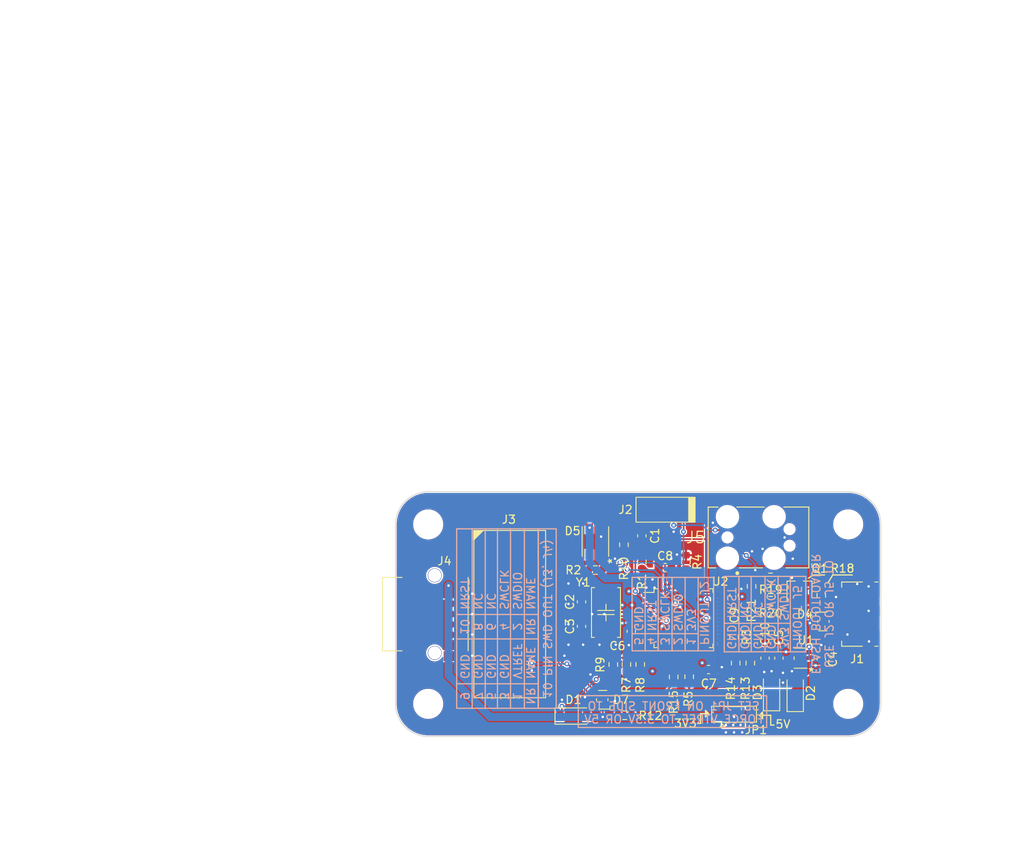
<source format=kicad_pcb>
(kicad_pcb (version 20211014) (generator pcbnew)
  (layers (0 "F.Cu" signal) (1 "In1.Cu" signal) (2 "In2.Cu" signal) (31 "B.Cu" signal) (34 "B.Paste" user) (35 "F.Paste" user) (36 "B.SilkS" user "B.Silkscreen") (37 "F.SilkS" user "F.Silkscreen") (38 "B.Mask" user) (39 "F.Mask" user) (44 "Edge.Cuts" user))
  (net 0 "")
  (net 1 "GND")
  (net 2 "/OSC_IN")
  (net 3 "/OSC_OUT")
  (net 4 "+5V")
  (net 5 "+3V3")
  (net 6 "VTREF")
  (net 7 "NRST")
  (net 8 "/T_SWDIO_IN")
  (net 9 "/AIN_1")
  (net 10 "STM_NRST")
  (net 11 "STM_SWDIO")
  (net 12 "/T_NRST")
  (net 16 "/T_SWDIO_OUT")
  (net 20 "STM_SWCLK")
  (net 21 "/USB_DP")
  (net 22 "Net-(Q1-Pad1)")
  (net 23 "/USB_RENUMn")
  (net 31 "Net-(D5-Pad1)")
  (net 32 "Net-(D5-Pad2)")
  (net 33 "/USB_DN")
  (net 34 "Net-(Q1-Pad2)")
  (net 35 "unconnected-(D4-Pad4)")
  (net 36 "unconnected-(D4-Pad3)")
  (net 37 "Net-(D2-Pad1)")
  (net 38 "Net-(D3-Pad1)")
  (net 41 "/T_SWCLK")
  (net 44 "/CONNECTED_LED")
  (net 45 "SWDIO")
  (net 46 "SWCLK")
  (net 47 "/BOOT0")
  (net 48 "/BOOT1")
  (net 56 "/COM_LED")
  (net 60 "/T_VTREF")
  (footprint "MyLib:Molex_0473460001" (layer "F.Cu") (at 106.5 75 90)
    (fp_text reference "J1")
    (fp_text value "Molex 0473460001")
  )
  (footprint "Resistor_SMD:R_0603_1608Metric" (layer "F.Cu") (at 90.2 81 90)
    (fp_text reference "R14")
    (fp_text value "22R")
  )
  (footprint "MyLib:SC573V33RTRC" (layer "F.Cu") (at 98.1668 80.4 180)
    (fp_text reference "U1")
    (fp_text value "SC573V33RTRC" hide)
  )
  (footprint "Capacitor_SMD:C_0603_1608Metric" (layer "F.Cu") (at 95.5 80.4 90)
    (fp_text reference "C5")
    (fp_text value "1u")
  )
  (footprint "Jumper:SolderJumper-3_P2.0mm_Open_TrianglePad1.0x1.5mm" (layer "F.Cu") (at 90 87.3)
    (fp_text reference "JP1")
    (fp_text value "SolderJumper_3_Open")
  )
  (footprint "MyLib:TAG-CONNECT_TC2050-IDC" (layer "F.Cu") (at 93 65.6)
    (fp_text reference "J5")
    (fp_text value "TC2050-IDC")
  )
  (footprint "Resistor_SMD:R_0603_1608Metric" (layer "F.Cu") (at 92 81 90)
    (fp_text reference "R13")
    (fp_text value "22R")
  )
  (footprint "Resistor_SMD:R_0603_1608Metric" (layer "F.Cu") (at 78.5 81.175 -90)
    (fp_text reference "R8")
    (fp_text value "4.7k")
  )
  (footprint "Resistor_SMD:R_0603_1608Metric" (layer "F.Cu") (at 76.5 66.5 90)
    (fp_text reference "R10")
    (fp_text value "100R")
  )
  (footprint "Resistor_SMD:R_0603_1608Metric" (layer "F.Cu") (at 75.2 81.175 -90)
    (fp_text reference "R9")
    (fp_text value "100R")
  )
  (footprint "Resistor_SMD:R_0603_1608Metric" (layer "F.Cu") (at 76.6 87.4 180)
    (fp_text reference "R12")
    (fp_text value "10k")
  )
  (footprint "Capacitor_SMD:C_0603_1608Metric" (layer "F.Cu") (at 81.55 69.3)
    (fp_text reference "C8")
    (fp_text value "100n")
  )
  (footprint "MountingHole:MountingHole_3.2mm_M3" (layer "F.Cu") (at 52.5 64)
    (fp_text reference "H4" hide)
    (fp_text value "MountingHole")
  )
  (footprint "Resistor_SMD:R_0603_1608Metric" (layer "F.Cu") (at 94.475 70.5 180)
    (fp_text reference "R19")
    (fp_text value "10k")
  )
  (footprint "MountingHole:MountingHole_3.2mm_M3" (layer "F.Cu") (at 104 86)
    (fp_text reference "H2" hide)
    (fp_text value "MountingHole")
  )
  (footprint "Capacitor_SMD:C_0603_1608Metric" (layer "F.Cu") (at 93.8 80.4 90)
    (fp_text reference "C10")
    (fp_text value "1u")
  )
  (footprint "Resistor_SMD:R_0603_1608Metric" (layer "F.Cu") (at 94.5 73.35)
    (fp_text reference "R20")
    (fp_text value "36k")
  )
  (footprint "MyLib:GBED204-0579B001C1AD" (layer "F.Cu") (at 55.3 75 -90)
    (fp_text reference "J4")
    (fp_text value "SWD 10 pin 2.54mm")
  )
  (footprint "Capacitor_SMD:C_0603_1608Metric" (layer "F.Cu") (at 71.3 73.5 90)
    (fp_text reference "C2")
    (fp_text value "18p")
  )
  (footprint "MountingHole:MountingHole_3.2mm_M3" (layer "F.Cu") (at 52.5 86)
    (fp_text reference "H3" hide)
    (fp_text value "MountingHole")
  )
  (footprint "Capacitor_SMD:C_0603_1608Metric" (layer "F.Cu") (at 86.875 81.8 180)
    (fp_text reference "C7")
    (fp_text value "100n")
  )
  (footprint "Resistor_SMD:R_0603_1608Metric" (layer "F.Cu") (at 76.8 81.175 90)
    (fp_text reference "R7")
    (fp_text value "4.7k")
  )
  (footprint "Resistor_SMD:R_0603_1608Metric" (layer "F.Cu") (at 90 77.8 -90)
    (fp_text reference "R3")
    (fp_text value "100R")
  )
  (footprint "Resistor_SMD:R_0603_1608Metric" (layer "F.Cu") (at 73 69.6 180)
    (fp_text reference "R2")
    (fp_text value "100R")
  )
  (footprint "MyLib:ECS-023G" (layer "F.Cu") (at 74.3 74.8 90)
    (fp_text reference "Y1")
    (fp_text value "8MHz")
  )
  (footprint "Resistor_SMD:R_0603_1608Metric" (layer "F.Cu") (at 92.15 71.6 -90)
    (fp_text reference "R21")
    (fp_text value "100R")
  )
  (footprint "Package_QFP:LQFP-48_7x7mm_P0.5mm" (layer "F.Cu") (at 83.8 75.5)
    (fp_text reference "U2")
    (fp_text value "STM32F103CBTx")
  )
  (footprint "Connector_PinHeader_2.54mm:PinHeader_2x05_P2.54mm_Vertical_SMD" (layer "F.Cu") (at 62.5 75)
    (fp_text reference "J3")
    (fp_text value "SWD 10 pin 2.54mm")
  )
  (footprint "Capacitor_SMD:C_0603_1608Metric" (layer "F.Cu") (at 77.4 77.1 90)
    (fp_text reference "C6")
    (fp_text value "100n")
  )
  (footprint "MyLib:UQFN1.9x1_10L" (layer "F.Cu") (at 73.9 85.5 90)
    (fp_text reference "D7")
    (fp_text value "HSP051-4N10")
  )
  (footprint "Diode_SMD:D_SOD-123" (layer "F.Cu") (at 94.6 84.6 90)
    (fp_text reference "D3")
    (fp_text value "SM5817PL-TP")
  )
  (footprint "Diode_SMD:D_SOD-123" (layer "F.Cu") (at 97.5 84.7 90)
    (fp_text reference "D2")
    (fp_text value "SM5817PL-TP")
  )
  (footprint "MountingHole:MountingHole_3.2mm_M3" (layer "F.Cu") (at 104 64)
    (fp_text reference "H1" hide)
    (fp_text value "MountingHole")
  )
  (footprint "Capacitor_SMD:C_0603_1608Metric" (layer "F.Cu") (at 71.3 76.5 90)
    (fp_text reference "C3")
    (fp_text value "18p")
  )
  (footprint "MyLib:SWD_SOLDER" (layer "F.Cu") (at 81.2825 62.2 -90)
    (fp_text reference "J2")
    (fp_text value "Conn_01x05_Male")
  )
  (footprint "Capacitor_SMD:C_0603_1608Metric" (layer "F.Cu") (at 90 72.7 -90)
    (fp_text reference "C9")
    (fp_text value "100n")
  )
  (footprint "Resistor_SMD:R_0603_1608Metric" (layer "F.Cu") (at 82.6 82.7 90)
    (fp_text reference "R15")
    (fp_text value "22R")
  )
  (footprint "MyLib:150141SV73110" (layer "F.Cu") (at 73 66.1 -90)
    (fp_text reference "D5")
    (fp_text value "150141SV73110")
  )
  (footprint "Capacitor_SMD:C_0603_1608Metric" (layer "F.Cu") (at 78.7 65.4 -90)
    (fp_text reference "C1")
    (fp_text value "100n")
  )
  (footprint "Package_TO_SOT_SMD:TSOT-23" (layer "F.Cu") (at 98 71.9 90)
    (fp_text reference "Q1")
    (fp_text value "MMBT3904")
  )
  (footprint "Resistor_SMD:R_0603_1608Metric" (layer "F.Cu") (at 100.7 72.7 90)
    (fp_text reference "R18")
    (fp_text value "1.5k")
  )
  (footprint "MyLib:UQFN1.9x1_10L" (layer "F.Cu") (at 100.9 75.9 -90)
    (fp_text reference "D4")
    (fp_text value "HSP051-4N10")
  )
  (footprint "Resistor_SMD:R_0603_1608Metric" (layer "F.Cu") (at 84.5 82.675 90)
    (fp_text reference "R5")
    (fp_text value "10k")
  )
  (footprint "Resistor_SMD:R_0603_1608Metric" (layer "F.Cu") (at 78.7 68.6 90)
    (fp_text reference "R1")
    (fp_text value "100k")
  )
  (footprint "Diode_SMD:D_SOD-123" (layer "F.Cu") (at 70.3 87.5)
    (fp_text reference "D1")
    (fp_text value "SM5817PL-TP")
  )
  (footprint "Capacitor_SMD:C_0603_1608Metric" (layer "F.Cu") (at 100.7 80.5 90)
    (fp_text reference "C4")
    (fp_text value "1u")
  )
  (footprint "Resistor_SMD:R_0603_1608Metric" (layer "F.Cu") (at 84.1 68.6 -90)
    (fp_text reference "R4")
    (fp_text value "10k")
  )
  (gr_line (start 96.9 79.625) (end 96.9 70.375) (layer "B.SilkS") (width 0.15))
  (gr_line (start 84 70.5) (end 84 79.5) (layer "B.SilkS") (width 0.15))
  (gr_line (start 93.8 79.625) (end 93.8 70.375) (layer "B.SilkS") (width 0.15))
  (gr_line (start 62.594306 86.545292) (end 62.594306 64.545292) (layer "B.SilkS") (width 0.15))
  (gr_line (start 65.994306 83.545292) (end 55.994306 83.545292) (layer "B.SilkS") (width 0.15))
  (gr_line (start 64.294306 86.545292) (end 64.294306 64.545292) (layer "B.SilkS") (width 0.15))
  (gr_line (start 92.1 79.625) (end 92.1 70.375) (layer "B.SilkS") (width 0.15))
  (gr_line (start 82.4 70.5) (end 82.4 79.5) (layer "B.SilkS") (width 0.15))
  (gr_line (start 90.6 79.625) (end 90.6 70.375) (layer "B.SilkS") (width 0.15))
  (gr_line (start 88.8 76.125) (end 96.9 76.125) (layer "B.SilkS") (width 0.15))
  (gr_rect (start 65.994306 86.545292) (end 68.194306 64.545292) (layer "B.SilkS") (width 0.15) (fill none))
  (gr_rect (start 65.994306 86.545292) (end 55.994306 64.545292) (layer "B.SilkS") (width 0.15) (fill none))
  (gr_line (start 85.6 70.5) (end 85.6 79.5) (layer "B.SilkS") (width 0.15))
  (gr_line (start 80.7 70.5) (end 80.7 79.5) (layer "B.SilkS") (width 0.15))
  (gr_line (start 79.1 70.5) (end 79.1 79.5) (layer "B.SilkS") (width 0.15))
  (gr_line (start 60.994306 86.545292) (end 60.994306 64.545292) (layer "B.SilkS") (width 0.15))
  (gr_rect (start 87.5 70.5) (end 77.5 79.5) (layer "B.SilkS") (width 0.15) (fill none))
  (gr_rect (start 88.8 79.625) (end 98.8 70.375) (layer "B.SilkS") (width 0.15) (fill none))
  (gr_rect (start 94 85) (end 70.9 88.9) (layer "B.SilkS") (width 0.15) (fill none))
  (gr_line (start 95.4 79.625) (end 95.4 70.375) (layer "B.SilkS") (width 0.15))
  (gr_line (start 65.994306 75.045292) (end 55.994306 75.045292) (layer "B.SilkS") (width 0.15))
  (gr_line (start 65.994306 78.045292) (end 55.994306 78.045292) (layer "B.SilkS") (width 0.15))
  (gr_line (start 59.494306 86.545292) (end 59.494306 64.545292) (layer "B.SilkS") (width 0.15))
  (gr_line (start 57.894306 86.545292) (end 57.894306 64.545292) (layer "B.SilkS") (width 0.15))
  (gr_line (start 85.5 77.4) (end 77.5 77.4) (layer "B.SilkS") (width 0.15))
  (gr_line (start 94.5 88.6) (end 94.9 88.6) (layer "F.SilkS") (width 0.15))
  (gr_line (start 93.5 87.4) (end 94.5 87.4) (layer "F.SilkS") (width 0.15))
  (gr_line (start 85.9 88.4) (end 85.5 88.4) (layer "F.SilkS") (width 0.15))
  (gr_line (start 94.5 87.4) (end 94.5 88.6) (layer "F.SilkS") (width 0.15))
  (gr_line (start 85.9 87.2) (end 85.9 88.4) (layer "F.SilkS") (width 0.15))
  (gr_line (start 86.5 87.2) (end 85.9 87.2) (layer "F.SilkS") (width 0.15))
  (gr_poly (pts (xy 86.9 87.2) (xy 86.5 87.6) (xy 86.5 86.8)) (layer "F.SilkS") (width 0.15) (fill solid))
  (gr_line (start 101.5 71.2) (end 102.1 70.2) (layer "F.SilkS") (width 0.15))
  (gr_line (start 99.1 70.6) (end 99.7 70.2) (layer "F.SilkS") (width 0.15))
  (gr_line (start 102.1 70.2) (end 104.5 70.2) (layer "F.SilkS") (width 0.15))
  (gr_poly (pts (xy 93.5 87.8) (xy 93.1 87.4) (xy 93.5 87)) (layer "F.SilkS") (width 0.15) (fill solid))
  (gr_line (start 99.7 70.2) (end 101.1 70.2) (layer "F.SilkS") (width 0.15))
  (gr_arc (start 48.5 64) (mid 49.671573 61.171573) (end 52.5 60) (layer "Edge.Cuts") (width 0.1))
  (gr_arc (start 108 86) (mid 106.828427 88.828427) (end 104 90) (layer "Edge.Cuts") (width 0.1))
  (gr_line (start 108 86) (end 108 64) (layer "Edge.Cuts") (width 0.1))
  (gr_line (start 52.5 90) (end 104 90) (layer "Edge.Cuts") (width 0.1))
  (gr_line (start 48.5 64) (end 48.5 86) (layer "Edge.Cuts") (width 0.1))
  (gr_arc (start 104 60) (mid 106.828427 61.171573) (end 108 64) (layer "Edge.Cuts") (width 0.1))
  (gr_line (start 104 60) (end 52.5 60) (layer "Edge.Cuts") (width 0.1))
  (gr_arc (start 52.5 90) (mid 49.671573 88.828427) (end 48.5 86) (layer "Edge.Cuts") (width 0.1))
  (gr_text "SET JP1 ON FRONT SIDE TO\nFORCE VTREF TO 3.3V OR 5V" (at 82.6 87.1) (layer "B.SilkS") (effects (font (size 1 1)) (justify mirror)))
  (gr_text "NR\n1\n3\n5\n7\n9" (at 60.994306 85.045292 270) (layer "B.SilkS") (effects (font (size 1 1)) (justify mirror)))
  (gr_text "PINOUT J2\n1 3V3\n2 SWDIO\n3 SWCLK\n4 NRST\n5 GND" (at 82.3 78.9 270) (layer "B.SilkS") (effects (font (size 1 1)) (justify left mirror)))
  (gr_text "NAME\nVTREF\nGND\nGND\nGND\nGND" (at 60.994306 83.045292 270) (layer "B.SilkS") (effects (font (size 1 1)) (justify left mirror)))
  (gr_text "PINOUT J5\n3V3 SWDIO\nGND SWCLK\nGND NC\nGND NC\nGND NRST\n" (at 93.7 79.425 270) (layer "B.SilkS") (effects (font (size 1 1)) (justify left mirror)))
  (gr_text "10 PIN SWD OUT (J3, J4)" (at 67.094306 75.545292 270) (layer "B.SilkS") (effects (font (size 1 1)) (justify mirror)))
  (gr_text "NAME\nSWDIO\nSWCLK\nNC\nNC\nNRST" (at 60.994306 74.545292 270) (layer "B.SilkS") (effects (font (size 1 1)) (justify left mirror)))
  (gr_text "USE J2 OR J5 TO\nFLASH BOOTLOADER" (at 100.8 75 270) (layer "B.SilkS") (effects (font (size 1 1)) (justify mirror)))
  (gr_text "NR\n2\n4\n6\n8\n10" (at 60.994306 76.545292 270) (layer "B.SilkS") (effects (font (size 1 1)) (justify mirror)))
  (gr_text "5V" (at 96 88.5) (layer "F.SilkS") (effects (font (size 1 1))))
  (gr_text "3V3" (at 84.042121 88.397885) (layer "F.SilkS") (effects (font (size 1 1))))
  (segment (start 100.9 75.9) (end 99.5 75.9) (width 0.2) (layer "F.Cu") (net 1))
  (segment (start 83.075 67.775) (end 83 67.7) (width 0.2) (layer "F.Cu") (net 1))
  (segment (start 99.331675 80.301925) (end 99.2336 80.4) (width 0.5) (layer "F.Cu") (net 1))
  (segment (start 100.7 79.725) (end 100.123075 80.301925) (width 0.5) (layer "F.Cu") (net 1))
  (segment (start 59.975 72.46) (end 57.94 72.46) (width 0.2) (layer "F.Cu") (net 1))
  (segment (start 73.757499 65.442501) (end 73.7 65.5) (width 1) (layer "F.Cu") (net 1))
  (segment (start 93 66.235) (end 94.27 66.235) (width 0.2) (layer "F.Cu") (net 1))
  (segment (start 100.123075 80.301925) (end 99.331675 80.301925) (width 0.5) (layer "F.Cu") (net 1))
  (segment (start 96.375 79.625) (end 96.974999 79.625) (width 1) (layer "F.Cu") (net 1))
  (segment (start 99.2336 80.4) (end 97.749999 80.4) (width 0.5) (layer "F.Cu") (net 1))
  (segment (start 72.045762 85.5) (end 71.722881 85.177119) (width 0.2) (layer "F.Cu") (net 1))
  (segment (start 79.6375 76.25) (end 77.475 76.25) (width 0.2) (layer "F.Cu") (net 1))
  (segment (start 73.9 85.5) (end 75.2505 85.5) (width 0.2) (layer "F.Cu") (net 1))
  (segment (start 87.9625 73.25) (end 89.15 73.25) (width 0.25) (layer "F.Cu") (net 1))
  (segment (start 84.1 67.775) (end 83.075 67.775) (width 0.2) (layer "F.Cu") (net 1))
  (segment (start 103.833 72.9) (end 102.5 72.9) (width 0.2) (layer "F.Cu") (net 1))
  (segment (start 82.325 69.3) (end 82.325 68.225) (width 0.25) (layer "F.Cu") (net 1))
  (segment (start 82.325 68.225) (end 82.3 68.2) (width 0.25) (layer "F.Cu") (net 1))
  (segment (start 86.1 81.8) (end 86.1 80.974626) (width 1) (layer "F.Cu") (net 1))
  (segment (start 95.5 79.625) (end 96.375 79.625) (width 1) (layer "F.Cu") (net 1))
  (segment (start 82.325 69.3) (end 82.325 69.759994) (width 0.25) (layer "F.Cu") (net 1))
  (segment (start 75.2505 85.5) (end 75.4 85.6495) (width 0.2) (layer "F.Cu") (net 1))
  (segment (start 59.975 75) (end 57.9 75) (width 0.2) (layer "F.Cu") (net 1))
  (segment (start 99.5 75.9) (end 99.3 76.1) (width 0.2) (layer "F.Cu") (net 1))
  (segment (start 100.7 78.8) (end 100.7 79.725) (width 0.5) (layer "F.Cu") (net 1))
  (segment (start 73.757499 64.3744) (end 73.757499 65.442501) (width 1) (layer "F.Cu") (net 1))
  (segment (start 81.55 70.534994) (end 82.325 69.759994) (width 0.25) (layer "F.Cu") (net 1))
  (segment (start 86.05 79.6625) (end 86.05 81.75) (width 0.2) (layer "F.Cu") (net 1))
  (segment (start 81.55 70.534994) (end 81.55 71.3375) (width 0.25) (layer "F.Cu") (net 1))
  (segment (start 96.974999 79.625) (end 97.1 79.750001) (width 1) (layer "F.Cu") (net 1))
  (segment (start 89.15 73.25) (end 89.875 73.25) (width 0.25) (layer "F.Cu") (net 1))
  (segment (start 73.9 85.5) (end 72.045762 85.5) (width 0.2) (layer "F.Cu") (net 1))
  (segment (start 94.27 66.235) (end 95.54 66.235) (width 0.2) (layer "F.Cu") (net 1))
  (segment (start 86.1 80.974626) (end 86.099885 80.974511) (width 1) (layer "F.Cu") (net 1))
  (segment (start 97.749999 80.4) (end 97.1 79.750001) (width 0.5) (layer "F.Cu") (net 1))
  (segment (start 57.94 77.54) (end 59.975 77.54) (width 0.2) (layer "F.Cu") (net 1))
  (segment (start 91.73 66.235) (end 93 66.235) (width 0.2) (layer "F.Cu") (net 1))
  (via (at 76.3 76.1) (size 0.6) (drill 0.3) (layers "F.Cu" "B.Cu") (net 1))
  (via (at 103.9 77.5) (size 0.6) (drill 0.3) (layers "F.Cu" "B.Cu") (net 1))
  (via (at 80 82) (size 0.6) (drill 0.3) (layers "F.Cu" "B.Cu") (net 1))
  (via (at 93.8 78.6) (size 0.6) (drill 0.3) (layers "F.Cu" "B.Cu") (net 1))
  (via (at 76 69.6) (size 0.6) (drill 0.3) (layers "F.Cu" "B.Cu") (net 1))
  (via (at 69.7 78.75) (size 0.6) (drill 0.3) (layers "F.Cu" "B.Cu") (net 1))
  (via (at 57.9 77.5) (size 0.6) (drill 0.3) (layers "F.Cu" "B.Cu") (net 1))
  (via (at 72.4 82.4) (size 0.6) (drill 0.3) (layers "F.Cu" "B.Cu") (net 1))
  (via (at 106.5 71.6) (size 0.6) (drill 0.3) (layers "F.Cu" "B.Cu") (net 1))
  (via (at 85.9 73.2) (size 0.6) (drill 0.3) (layers "F.Cu" "B.Cu") (net 1))
  (via (at 82.3 68.2) (size 0.6) (drill 0.3) (layers "F.Cu" "B.Cu") (net 1))
  (via (at 102.5 72.9) (size 0.6) (drill 0.3) (layers "F.Cu" "B.Cu") (net 1))
  (via (at 87.4 63.8) (size 0.6) (drill 0.3) (layers "F.Cu" "B.Cu") (net 1))
  (via (at 69.7 71.25) (size 0.6) (drill 0.3) (layers "F.Cu" "B.Cu") (net 1))
  (via (at 96.2 65.6) (size 0.6) (drill 0.3) (layers "F.Cu" "B.Cu") (net 1))
  (via (at 71.5 71.25) (size 0.6) (drill 0.3) (layers "F.Cu" "B.Cu") (net 1))
  (via (at 72.6 75) (size 0.6) (drill 0.3) (layers "F.Cu" "B.Cu") (net 1))
  (via (at 105.1 71.3) (size 0.6) (drill 0.3) (layers "F.Cu" "B.Cu") (net 1))
  (via (at 73.5 78.75) (size 0.6) (drill 0.3) (layers "F.Cu" "B.Cu") (net 1))
  (via (at 57.9 75) (size 0.6) (drill 0.3) (layers "F.Cu" "B.Cu") (net 1))
  (via (at 106.5 74.6) (size 0.6) (drill 0.3) (layers "F.Cu" "B.Cu") (net 1))
  (via (at 76.3 73.9) (size 0.6) (drill 0.3) (layers "F.Cu" "B.Cu") (net 1))
  (via (at 75.5 78.75) (size 0.6) (drill 0.3) (layers "F.Cu" "B.Cu") (net 1))
  (via (at 77.1 72.2) (size 0.6) (drill 0.3) (layers "F.Cu" "B.Cu") (net 1))
  (via (at 71.722881 85.177119) (size 0.6) (drill 0.3) (layers "F.Cu" "B.Cu") (net 1))
  (via (at 69.2 80.1) (size 0.6) (drill 0.3) (layers "F.Cu" "B.Cu") (net 1))
  (via (at 81.2 76.5) (size 0.6) (drill 0.3) (layers "F.Cu" "B.Cu") (net 1))
  (via (at 97.2 68.2) (size 0.6) (drill 0.3) (layers "F.Cu" "B.Cu") (net 1))
  (via (at 65.2 81.9) (size 0.6) (drill 0.3) (layers "F.Cu" "B.Cu") (net 1))
  (via (at 91 72.85) (size 0.6) (drill 0.3) (layers "F.Cu" "B.Cu") (net 1))
  (via (at 93.5 67) (size 0.6) (drill 0.3) (layers "F.Cu" "B.Cu") (net 1))
  (via (at 83.4 74.1) (size 0.6) (drill 0.3) (layers "F.Cu" "B.Cu") (net 1))
  (via (at 90 89.5) (size 0.6) (drill 0.3) (layers "F.Cu" "B.Cu") (net 1))
  (via (at 86.1 74.9) (size 0.6) (drill 0.3) (layers "F.Cu" "B.Cu") (net 1))
  (via (at 69.7 76.25) (size 0.6) (drill 0.3) (layers "F.Cu" "B.Cu") (net 1))
  (via (at 95.5 78.5) (size 0.6) (drill 0.3) (layers "F.Cu" "B.Cu") (net 1))
  (via (at 71.5 78.75) (size 0.6) (drill 0.3) (layers "F.Cu" "B.Cu") (net 1))
  (via (at 82.6 64.9) (size 0.6) (drill 0.3) (layers "F.Cu" "B.Cu") (net 1))
  (via (at 69.7 73.75) (size 0.6) (drill 0.3) (layers "F.Cu" "B.Cu") (net 1))
  (via (at 77.5 73.9) (size 0.6) (drill 0.3) (layers "F.Cu" "B.Cu") (net 1))
  (via (at 91 89.5) (size 0.6) (drill 0.3) (layers "F.Cu" "B.Cu") (net 1))
  (via (at 75.4 85.6495) (size 0.6) (drill 0.3) (layers "F.Cu" "B.Cu") (net 1))
  (via (at 68.9 85.5) (size 0.6) (drill 0.3) (layers "F.Cu" "B.Cu") (net 1))
  (via (at 86.099885 80.974511) (size 0.6) (drill 0.3) (layers "F.Cu" "B.Cu") (net 1))
  (via (at 73.7 65.5) (size 0.6) (drill 0.3) (layers "F.Cu" "B.Cu") (net 1))
  (via (at 99.3 76.1) (size 0.6) (drill 0.3) (layers "F.Cu" "B.Cu") (net 1))
  (via (at 92.2 67.3) (size 0.6) (drill 0.3) (layers "F.Cu" "B.Cu") (net 1))
  (via (at 96.375 79.625) (size 0.6) (drill 0.3) (layers "F.Cu" "B.Cu") (net 1))
  (via (at 100.7 78.8) (size 0.6) (drill 0.3) (layers "F.Cu" "B.Cu") (net 1))
  (via (at 57.9 80.1) (size 0.6) (drill 0.3) (layers "F.Cu" "B.Cu") (net 1))
  (via (at 74.1 75) (size 0.6) (drill 0.3) (layers "F.Cu" "B.Cu") (net 1))
  (via (at 75.4 68.2) (size 0.6) (drill 0.3) (layers "F.Cu" "B.Cu") (net 1))
  (via (at 89 89.5) (size 0.6) (drill 0.3) (layers "F.Cu" "B.Cu") (net 1))
  (via (at 106.55 78.35) (size 0.6) (drill 0.3) (layers "F.Cu" "B.Cu") (net 1))
  (via (at 83 67.7) (size 0.6) (drill 0.3) (layers "F.Cu" "B.Cu") (net 1))
  (via (at 57.9 72.5) (size 0.6) (drill 0.3) (layers "F.Cu" "B.Cu") (net 1))
  (segment (start 75.25 74.75) (end 74.3 73.8) (width 0.25) (layer "F.Cu") (net 2))
  (segment (start 74.3 73.8) (end 74.3 72.55) (width 0.25) (layer "F.Cu") (net 2))
  (segment (start 79.6375 74.75) (end 75.25 74.75) (width 0.25) (layer "F.Cu") (net 2))
  (segment (start 71.3 72.725) (end 74.125 72.725) (width 0.2) (layer "F.Cu") (net 2))
  (segment (start 71.3 77.275) (end 74.075 77.275) (width 0.2) (layer "F.Cu") (net 3))
  (segment (start 79.6375 75.25) (end 75.25 75.25) (width 0.2) (layer "F.Cu") (net 3))
  (segment (start 75.25 75.25) (end 74.3 76.2) (width 0.2) (layer "F.Cu") (net 3))
  (segment (start 99.2336 79.750014) (end 99.2336 79.0336) (width 0.2) (layer "F.Cu") (net 4))
  (segment (start 100.025 81.275) (end 100.7 81.275) (width 1) (layer "F.Cu") (net 4))
  (segment (start 99.2336 79.0336) (end 99.2 79) (width 0.2) (layer "F.Cu") (net 4))
  (segment (start 100 81.3) (end 100.025 81.275) (width 1) (layer "F.Cu") (net 4))
  (segment (start 99.5 81.3) (end 100 81.3) (width 1) (layer "F.Cu") (net 4))
  (segment (start 97.5 83.3) (end 99.5 81.3) (width 1) (layer "F.Cu") (net 4))
  (via (at 99.2 79) (size 0.6) (drill 0.3) (layers "F.Cu" "B.Cu") (net 4))
  (via (at 100 81.3) (size 0.6) (drill 0.3) (layers "F.Cu" "B.Cu") (net 4))
  (segment (start 100 81.3) (end 99.2 80.5) (width 0.2) (layer "B.Cu") (net 4))
  (segment (start 99.2 80.5) (end 99.2 79) (width 0.2) (layer "B.Cu") (net 4))
  (segment (start 87.9625 72.75) (end 87.9625 72.6375) (width 0.25) (layer "F.Cu") (net 5))
  (segment (start 77.1 78.8) (end 77.1 78.375) (width 0.2) (layer "F.Cu") (net 5))
  (segment (start 90.46 66.235) (end 90.46 66.86) (width 0.2) (layer "F.Cu") (net 5))
  (segment (start 89.299511 72.500489) (end 88.049511 72.500489) (width 0.5) (layer "F.Cu") (net 5))
  (segment (start 76.8 82.95) (end 76.75 83) (width 0.2) (layer "F.Cu") (net 5))
  (segment (start 77.1 78.8) (end 77.1 78.175) (width 1) (layer "F.Cu") (net 5))
  (segment (start 80 70.725) (end 78.7 69.425) (width 1) (layer "F.Cu") (net 5))
  (segment (start 78.728928 76.75) (end 78.75 76.75) (width 0.5) (layer "F.Cu") (net 5))
  (segment (start 88.049511 72.500489) (end 88 72.55) (width 0.5) (layer "F.Cu") (net 5))
  (segment (start 92.6 69.6) (end 92.75 69.6) (width 0.2) (layer "F.Cu") (net 5))
  (segment (start 86.675 79.7875) (end 86.55 79.6625) (width 0.25) (layer "F.Cu") (net 5))
  (segment (start 78.580704 76.75) (end 77.455704 77.875) (width 0.2) (layer "F.Cu") (net 5))
  (segment (start 78.75 76.75) (end 78.580704 76.75) (width 0.2) (layer "F.Cu") (net 5))
  (segment (start 91.4 67.8) (end 91.5 67.8) (width 0.2) (layer "F.Cu") (net 5))
  (segment (start 92.75 69.6) (end 93.65 70.5) (width 0.2) (layer "F.Cu") (net 5))
  (segment (start 98 70.59) (end 97.14 70.59) (width 0.2) (layer "F.Cu") (net 5))
  (segment (start 97.14 70.59) (end 97.1 70.55) (width 0.2) (layer "F.Cu") (net 5))
  (segment (start 89.975 71.825) (end 89.299511 72.500489) (width 0.5) (layer "F.Cu") (net 5))
  (segment (start 90.9 71.9) (end 90.875 71.925) (width 0.5) (layer "F.Cu") (net 5))
  (segment (start 88.2 81.8) (end 88.5 81.5) (width 0.2) (layer "F.Cu") (net 5))
  (segment (start 76.8 82) (end 76.8 82.95) (width 0.2) (layer "F.Cu") (net 5))
  (segment (start 90.46 66.86) (end 91.4 67.8) (width 0.2) (layer "F.Cu") (net 5))
  (segment (start 90.875 71.925) (end 90 71.925) (width 0.5) (layer "F.Cu") (net 5))
  (segment (start 77.603928 77.875) (end 78.728928 76.75) (width 0.5) (layer "F.Cu") (net 5))
  (segment (start 80 70.75) (end 80 70.725) (width 1) (layer "F.Cu") (net 5))
  (segment (start 87.65 81.8) (end 88.2 81.8) (width 0.2) (layer "F.Cu") (net 5))
  (segment (start 83.8225 62.2) (end 83.8225 64.8775) (width 0.2) (layer "F.Cu") (net 5))
  (segment (start 79.6375 76.75) (end 78.75 76.75) (width 0.2) (layer "F.Cu") (net 5))
  (segment (start 83.8225 64.8775) (end 83.8 64.9) (width 0.2) (layer "F.Cu") (net 5))
  (segment (start 77.1 78.375) (end 77.4 78.075) (width 0.2) (layer "F.Cu") (net 5))
  (segment (start 77.1 78.175) (end 77.4 77.875) (width 1) (layer "F.Cu") (net 5))
  (via (at 80.25 71.75) (size 0.6) (drill 0.3) (layers "F.Cu" "B.Cu") (net 5))
  (via (at 92.6 69.6) (size 0.6) (drill 0.3) (layers "F.Cu" "B.Cu") (net 5))
  (via (at 96 83.4) (size 0.6) (drill 0.3) (layers "F.Cu" "B.Cu") (net 5))
  (via (at 96 82.2) (size 0.6) (drill 0.3) (layers "F.Cu" "B.Cu") (net 5))
  (via (at 88.5 81.5) (size 0.6) (drill 0.3) (layers "F.Cu" "B.Cu") (net 5))
  (via (at 80 70.75) (size 0.6) (drill 0.3) (layers "F.Cu" "B.Cu") (net 5))
  (via (at 93.7 82.1) (size 0.6) (drill 0.3) (layers "F.Cu" "B.Cu") (net 5))
  (via (at 90.9 71.9) (size 0.6) (drill 0.3) (layers "F.Cu" "B.Cu") (net 5))
  (via (at 97.1 70.55) (size 0.6) (drill 0.3) (layers "F.Cu" "B.Cu") (net 5))
  (via (at 79.25 71.75) (size 0.6) (drill 0.3) (layers "F.Cu" "B.Cu") (net 5))
  (via (at 94.6 82) (size 0.6) (drill 0.3) (layers "F.Cu" "B.Cu") (net 5))
  (via (at 97.1 82) (size 0.6) (drill 0.3) (layers "F.Cu" "B.Cu") (net 5))
  (via (at 77.1 78.8) (size 0.6) (drill 0.3) (layers "F.Cu" "B.Cu") (net 5))
  (via (at 83.8 64.9) (size 0.6) (drill 0.3) (layers "F.Cu" "B.Cu") (net 5))
  (via (at 76.75 83) (size 0.6) (drill 0.3) (layers "F.Cu" "B.Cu") (net 5))
  (via (at 91.5 67.8) (size 0.6) (drill 0.3) (layers "F.Cu" "B.Cu") (net 5))
  (via (at 72.3 64.4) (size 0.6) (drill 0.3) (layers "F.Cu" "B.Cu") (net 5))
  (segment (start 83.8 64.9) (end 83.8 69.6) (width 0.2) (layer "B.Cu") (net 5))
  (segment (start 72.3 68.7) (end 74.2 70.6) (width 1) (layer "B.Cu") (net 5))
  (segment (start 76.5 70.6) (end 76.8 70.9) (width 1) (layer "B.Cu") (net 5))
  (segment (start 72.3 64.4) (end 72.3 68.7) (width 1) (layer "B.Cu") (net 5))
  (segment (start 74.2 70.6) (end 76.5 70.6) (width 1) (layer "B.Cu") (net 5))
  (segment (start 92.6 68.9) (end 92.6 69.6) (width 0.2) (layer "B.Cu") (net 5))
  (segment (start 91.5 67.8) (end 92.6 68.9) (width 0.2) (layer "B.Cu") (net 5))
  (segment (start 73.9 86.3) (end 74.39 86.3) (width 0.2) (layer "F.Cu") (net 6))
  (segment (start 73.9 87.5) (end 75.675 87.5) (width 0.2) (layer "F.Cu") (net 6))
  (segment (start 73.9 87.5) (end 73.9 86.3) (width 0.2) (layer "F.Cu") (net 6))
  (segment (start 73.41 86.3) (end 73.9 86.3) (width 0.2) (layer "F.Cu") (net 6))
  (segment (start 73.9 87.5) (end 71.7 87.5) (width 0.2) (layer "F.Cu") (net 6))
  (segment (start 73.9 87.6) (end 73.9 87.5) (width 0.2) (layer "F.Cu") (net 6))
  (via (at 73.9 87.6) (size 0.6) (drill 0.3) (layers "F.Cu" "B.Cu") (net 6))
  (via (at 90 87.6) (size 0.6) (drill 0.3) (layers "F.Cu" "B.Cu") (net 6))
  (via (at 55 71.5) (size 0.6) (drill 0.3) (layers "F.Cu" "B.Cu") (net 6))
  (via (at 90.8 88.6) (size 0.6) (drill 0.3) (layers "F.Cu" "B.Cu") (net 6))
  (via (at 89 88.6) (size 0.6) (drill 0.3) (layers "F.Cu" "B.Cu") (net 6))
  (via (at 89.9 88.6) (size 0.6) (drill 0.3) (layers "F.Cu" "B.Cu") (net 6))
  (segment (start 73.9 87.6) (end 90 87.6) (width 1) (layer "B.Cu") (net 6))
  (segment (start 60.1 87.6) (end 73.9 87.6) (width 1) (layer "B.Cu") (net 6))
  (segment (start 55 71.5) (end 55 82.5) (width 1) (layer "B.Cu") (net 6))
  (segment (start 55 82.5) (end 60.1 87.6) (width 1) (layer "B.Cu") (net 6))
  (segment (start 63.945 79) (end 65.2 80.255) (width 0.2) (layer "F.Cu") (net 7))
  (segment (start 74.39 84.7) (end 81.425 84.7) (width 0.2) (layer "F.Cu") (net 7))
  (segment (start 73.2 84.7) (end 73.41 84.7) (width 0.2) (layer "F.Cu") (net 7))
  (segment (start 69.6 81.1) (end 73.2 84.7) (width 0.2) (layer "F.Cu") (net 7))
  (segment (start 81.425 84.7) (end 82.6 83.525) (width 0.2) (layer "F.Cu") (net 7))
  (segment (start 65.2 80.255) (end 65.2 81) (width 0.2) (layer "F.Cu") (net 7))
  (segment (start 69.5 81.1) (end 69.6 81.1) (width 0.2) (layer "F.Cu") (net 7))
  (segment (start 58.305 79) (end 63.945 79) (width 0.2) (layer "F.Cu") (net 7))
  (segment (start 73.41 84.7) (end 74.39 84.7) (width 0.2) (layer "F.Cu") (net 7))
  (segment (start 56.82 77.515) (end 58.305 79) (width 0.2) (layer "F.Cu") (net 7))
  (via (at 69.5 81.1) (size 0.6) (drill 0.3) (layers "F.Cu" "B.Cu") (net 7))
  (via (at 65.2 81) (size 0.6) (drill 0.3) (layers "F.Cu" "B.Cu") (net 7))
  (segment (start 65.3 81.1) (end 65.2 81) (width 0.2) (layer "B.Cu") (net 7))
  (segment (start 69.5 81.1) (end 65.3 81.1) (width 0.2) (layer "B.Cu") (net 7))
  (segment (start 89.55 78.25) (end 90 78.7) (width 0.25) (layer "F.Cu") (net 8))
  (segment (start 87.9625 78.25) (end 89.55 78.25) (width 0.25) (layer "F.Cu") (net 8))
  (segment (start 90 78.625) (end 90 79.975) (width 0.2) (layer "F.Cu") (net 8))
  (segment (start 78.5 80.35) (end 78.95 80.35) (width 0.2) (layer "F.Cu") (net 9))
  (segment (start 78.95 80.35) (end 80.8 78.5) (width 0.2) (layer "F.Cu") (net 9))
  (segment (start 80.8 77.5) (end 80.55 77.25) (width 0.2) (layer "F.Cu") (net 9))
  (segment (start 80.8 78.5) (end 80.8 77.5) (width 0.2) (layer "F.Cu") (net 9))
  (segment (start 75.2 80.35) (end 76.8 80.35) (width 0.2) (layer "F.Cu") (net 9))
  (segment (start 80.55 77.25) (end 79.6375 77.25) (width 0.2) (layer "F.Cu") (net 9))
  (segment (start 76.8 80.35) (end 78.5 80.35) (width 0.2) (layer "F.Cu") (net 9))
  (segment (start 78.6 67.8) (end 77.9 68.5) (width 0.2) (layer "F.Cu") (net 10))
  (segment (start 77.9 68.5) (end 77.9 72.2) (width 0.2) (layer "F.Cu") (net 10))
  (segment (start 78.725 66.2) (end 79.9 66.2) (width 0.2) (layer "F.Cu") (net 10))
  (segment (start 78.7 67.775) (end 78.7 66.175) (width 0.2) (layer "F.Cu") (net 10))
  (segment (start 81.65 75.75) (end 81.7 75.8) (width 0.2) (layer "F.Cu") (net 10))
  (segment (start 95.7 60.6) (end 96.5 61.4) (width 0.2) (layer "F.Cu") (net 10))
  (segment (start 95.54 64.660242) (end 95.54 64.965) (width 0.2) (layer "F.Cu") (net 10))
  (segment (start 80.0125 60.9875) (end 80.4 60.6) (width 0.2) (layer "F.Cu") (net 10))
  (segment (start 80.4 60.6) (end 95.7 60.6) (width 0.2) (layer "F.Cu") (net 10))
  (segment (start 79.9 66.2) (end 80.0125 66.0875) (width 0.2) (layer "F.Cu") (net 10))
  (segment (start 96.5 63.700242) (end 95.54 64.660242) (width 0.2) (layer "F.Cu") (net 10))
  (segment (start 96.5 61.4) (end 96.5 63.700242) (width 0.2) (layer "F.Cu") (net 10))
  (segment (start 79.6375 75.75) (end 81.65 75.75) (width 0.2) (layer "F.Cu") (net 10))
  (segment (start 80.0125 62.2) (end 80.0125 60.9875) (width 0.2) (layer "F.Cu") (net 10))
  (segment (start 80.0125 66.0875) (end 80.0125 62.2) (width 0.2) (layer "F.Cu") (net 10))
  (via (at 77.9 72.2) (size 0.6) (drill 0.3) (layers "F.Cu" "B.Cu") (net 10))
  (via (at 81.7 75.8) (size 0.6) (drill 0.3) (layers "F.Cu" "B.Cu") (net 10))
  (segment (start 77.9 72.2) (end 78.9 73.2) (width 0.2) (layer "B.Cu") (net 10))
  (segment (start 78.9 73.4) (end 81.3 75.8) (width 0.2) (layer "B.Cu") (net 10))
  (segment (start 78.9 73.2) (end 78.9 73.4) (width 0.2) (layer "B.Cu") (net 10))
  (segment (start 81.3 75.8) (end 81.7 75.8) (width 0.2) (layer "B.Cu") (net 10))
  (segment (start 87.25 73.75) (end 87.9625 73.75) (width 0.2) (layer "F.Cu") (net 11))
  (segment (start 90.46 64.965) (end 90.195 64.7) (width 0.2) (layer "F.Cu") (net 11))
  (segment (start 86.7 73.2) (end 87.25 73.75) (width 0.2) (layer "F.Cu") (net 11))
  (segment (start 90.195 64.7) (end 87.7 64.7) (width 0.2) (layer "F.Cu") (net 11))
  (segment (start 82.6 64.1) (end 82.6 62.2475) (width 0.2) (layer "F.Cu") (net 11))
  (via (at 86.7 73.2) (size 0.6) (drill 0.3) (layers "F.Cu" "B.Cu") (net 11))
  (via (at 82.6 64.1) (size 0.6) (drill 0.3) (layers "F.Cu" "B.Cu") (net 11))
  (via (at 87.7 64.7) (size 0.6) (drill 0.3) (layers "F.Cu" "B.Cu") (net 11))
  (segment (start 87.7 64.7) (end 86.7 64.7) (width 0.2) (layer "B.Cu") (net 11))
  (segment (start 86.1 64.1) (end 82.6 64.1) (width 0.2) (layer "B.Cu") (net 11))
  (segment (start 86.7 64.7) (end 86.1 64.1) (width 0.2) (layer "B.Cu") (net 11))
  (segment (start 86.7 73.2) (end 86.7 64.7) (width 0.2) (layer "B.Cu") (net 11))
  (segment (start 83.55 80.925) (end 82.6 81.875) (width 0.2) (layer "F.Cu") (net 12))
  (segment (start 83.55 79.6625) (end 83.55 80.925) (width 0.2) (layer "F.Cu") (net 12))
  (segment (start 87.9625 77.25) (end 90.1 77.25) (width 0.25) (layer "F.Cu") (net 16))
  (segment (start 90.6 61.4) (end 87.4 61.4) (width 0.2) (layer "F.Cu") (net 20))
  (segment (start 81.6 65.8) (end 81.3 65.5) (width 0.2) (layer "F.Cu") (net 20))
  (segment (start 91.73 62.53) (end 90.6 61.4) (width 0.2) (layer "F.Cu") (net 20))
  (segment (start 86.55 62.25) (end 86.55 71.3375) (width 0.2) (layer "F.Cu") (net 20))
  (segment (start 81.3 65.5) (end 81.3 62.2175) (width 0.2) (layer "F.Cu") (net 20))
  (segment (start 86.55 65.8) (end 81.6 65.8) (width 0.2) (layer "F.Cu") (net 20))
  (segment (start 87.4 61.4) (end 86.55 62.25) (width 0.2) (layer "F.Cu") (net 20))
  (segment (start 91.73 64.965) (end 91.73 62.53) (width 0.2) (layer "F.Cu") (net 20))
  (segment (start 100.7 73.525) (end 100.7 75.1) (width 0.2) (layer "F.Cu") (net 21))
  (segment (start 101.39 75.1) (end 101.386799 75.096799) (width 0.2032) (layer "F.Cu") (net 21))
  (segment (start 101.393201 75.096799) (end 103.7432 75.0968) (width 0.2032) (layer "F.Cu") (net 21))
  (segment (start 101.39 75.1) (end 101.393201 75.096799) (width 0.2032) (layer "F.Cu") (net 21))
  (segment (start 100.41 75.1) (end 100.406799 75.096799) (width 0.2032) (layer "F.Cu") (net 21))
  (segment (start 100.413201 75.096799) (end 100.41 75.1) (width 0.2032) (layer "F.Cu") (net 21))
  (segment (start 90.584169 75.096799) (end 89.784169 74.296799) (width 0.2032) (layer "F.Cu") (net 21))
  (segment (start 101.386799 75.096799) (end 100.413201 75.096799) (width 0.2032) (layer "F.Cu") (net 21))
  (segment (start 89.784169 74.296799) (end 88.009299 74.296799) (width 0.2032) (layer "F.Cu") (net 21))
  (segment (start 100.406799 75.096799) (end 90.584169 75.096799) (width 0.2032) (layer "F.Cu") (net 21))
  (segment (start 92.15 72.425) (end 94.4 72.425) (width 0.2) (layer "F.Cu") (net 22))
  (segment (start 94.4 72.425) (end 95.325 73.35) (width 0.2) (layer "F.Cu") (net 22))
  (segment (start 95.325 73.35) (end 96.91 73.35) (width 0.2) (layer "F.Cu") (net 22))
  (segment (start 95.3 70.5) (end 95.3 73.325) (width 0.2) (layer "F.Cu") (net 22))
  (segment (start 86.05 72.03394) (end 86.34058 72.32452) (width 0.2) (layer "F.Cu") (net 23))
  (segment (start 86.34058 72.32452) (end 87.17548 72.32452) (width 0.2) (layer "F.Cu") (net 23))
  (segment (start 87.17548 72.32452) (end 88.725 70.775) (width 0.2) (layer "F.Cu") (net 23))
  (segment (start 86.05 71.3375) (end 86.05 72.03394) (width 0.2) (layer "F.Cu") (net 23))
  (segment (start 88.725 70.775) (end 92.15 70.775) (width 0.2) (layer "F.Cu") (net 23))
  (segment (start 74.5494 67.6256) (end 76.5 65.675) (width 0.2) (layer "F.Cu") (net 31))
  (segment (start 73.757499 67.6256) (end 74.5494 67.6256) (width 0.2) (layer "F.Cu") (net 31))
  (segment (start 72.242501 69.532499) (end 72.242501 67.6256) (width 0.2) (layer "F.Cu") (net 32))
  (segment (start 101.393201 75.503201) (end 103.6862 75.5032) (width 0.2032) (layer "F.Cu") (net 33))
  (segment (start 100.41 75.5) (end 100.406799 75.503201) (width 0.2032) (layer "F.Cu") (net 33))
  (segment (start 100.406799 75.503201) (end 90.415831 75.503201) (width 0.2032) (layer "F.Cu") (net 33))
  (segment (start 101.39 75.5) (end 101.393201 75.503201) (width 0.2032) (layer "F.Cu") (net 33))
  (segment (start 100.413201 75.503201) (end 100.41 75.5) (width 0.2032) (layer "F.Cu") (net 33))
  (segment (start 103.6862 75.5032) (end 103.833 75.65) (width 0.2032) (layer "F.Cu") (net 33))
  (segment (start 90.415831 75.503201) (end 89.615831 74.703201) (width 0.2032) (layer "F.Cu") (net 33))
  (segment (start 101.386799 75.503201) (end 100.413201 75.503201) (width 0.2032) (layer "F.Cu") (net 33))
  (segment (start 101.39 75.5) (end 101.386799 75.503201) (width 0.2032) (layer "F.Cu") (net 33))
  (segment (start 89.615831 74.703201) (end 88.009299 74.703201) (width 0.2032) (layer "F.Cu") (net 33))
  (segment (start 98.95 72) (end 99.075 71.875) (width 0.2) (layer "F.Cu") (net 34))
  (segment (start 99.075 71.875) (end 100.7 71.875) (width 0.2) (layer "F.Cu") (net 34))
  (segment (start 98.95 73.21) (end 98.95 72) (width 0.2) (layer "F.Cu") (net 34))
  (segment (start 100.41 76.7) (end 101.39 76.7) (width 0.2) (layer "F.Cu") (net 35))
  (segment (start 100.41 76.3) (end 101.39 76.3) (width 0.2) (layer "F.Cu") (net 36))
  (segment (start 92 87.3) (end 92.2 87.5) (width 1) (layer "F.Cu") (net 37))
  (segment (start 96.1 87.5) (end 97.5 86.1) (width 1) (layer "F.Cu") (net 37))
  (segment (start 92.2 87.5) (end 96.1 87.5) (width 1) (layer "F.Cu") (net 37))
  (segment (start 94.4 85.8) (end 94.6 86) (width 1) (layer "F.Cu") (net 38))
  (segment (start 88 87.3) (end 88 86.43144) (width 1) (layer "F.Cu") (net 38))
  (segment (start 88.63144 85.8) (end 94.4 85.8) (width 1) (layer "F.Cu") (net 38))
  (segment (start 88 86.43144) (end 88.63144 85.8) (width 1) (layer "F.Cu") (net 38))
  (segment (start 92 79.2) (end 92 80.175) (width 0.2) (layer "F.Cu") (net 41))
  (segment (start 90.55 77.75) (end 92 79.2) (width 0.2) (layer "F.Cu") (net 41))
  (segment (start 87.9625 77.75) (end 90.55 77.75) (width 0.2) (layer "F.Cu") (net 41))
  (segment (start 84.05 72.35) (end 82.8 73.6) (width 0.2) (layer "F.Cu") (net 44))
  (segment (start 84.05 71.3375) (end 84.05 72.35) (width 0.2) (layer "F.Cu") (net 44))
  (segment (start 76.9 69.5) (end 76.9 67.725) (width 0.2) (layer "F.Cu") (net 44))
  (segment (start 76.9 67.725) (end 76.5 67.325) (width 0.2) (layer "F.Cu") (net 44))
  (via (at 82.8 73.6) (size 0.6) (drill 0.3) (layers "F.Cu" "B.Cu") (net 44))
  (via (at 76.9 69.5) (size 0.6) (drill 0.3) (layers "F.Cu" "B.Cu") (net 44))
  (segment (start 76.9 69.5) (end 77 69.6) (width 0.2) (layer "B.Cu") (net 44))
  (segment (start 77 69.6) (end 80.2 69.6) (width 0.2) (layer "B.Cu") (net 44))
  (segment (start 81.1 70.5) (end 81.1 71.9) (width 0.2) (layer "B.Cu") (net 44))
  (segment (start 81.1 71.9) (end 82.8 73.6) (width 0.2) (layer "B.Cu") (net 44))
  (segment (start 80.2 69.6) (end 81.1 70.5) (width 0.2) (layer "B.Cu") (net 44))
  (segment (start 73.41 85.1) (end 72.6 85.1) (width 0.2) (layer "F.Cu") (net 45))
  (segment (start 72.6 85.1) (end 68.5 81) (width 0.2) (layer "F.Cu") (net 45))
  (segment (start 90.2 82.8) (end 90.2 81.825) (width 0.2) (layer "F.Cu") (net 45))
  (segment (start 85.85 85.1) (end 87.75 83.2) (width 0.2) (layer "F.Cu") (net 45))
  (segment (start 73.41 85.1) (end 74.39 85.1) (width 0.2) (layer "F.Cu") (net 45))
  (segment (start 66.72 69.92) (end 65.025 69.92) (width 0.2) (layer "F.Cu") (net 45))
  (segment (start 62.7 71.4) (end 57.6 71.4) (width 0.2) (layer "F.Cu") (net 45))
  (segment (start 68.5 81) (end 68.5 71.7) (width 0.2) (layer "F.Cu") (net 45))
  (segment (start 74.39 85.1) (end 85.85 85.1) (width 0.2) (layer "F.Cu") (net 45))
  (segment (start 56.57 72.43) (end 57.6 71.4) (width 0.2) (layer "F.Cu") (net 45))
  (segment (start 87.75 83.2) (end 89.8 83.2) (width 0.2) (layer "F.Cu") (net 45))
  (segment (start 89.8 83.2) (end 90.2 82.8) (width 0.2) (layer "F.Cu") (net 45))
  (segment (start 68.5 71.7) (end 66.72 69.92) (width 0.2) (layer "F.Cu") (net 45))
  (segment (start 62.7 71.4) (end 64.18 69.92) (width 0.2) (layer "F.Cu") (net 45))
  (segment (start 88.2 84.3) (end 90.4 84.3) (width 0.2) (layer "F.Cu") (net 46))
  (segment (start 65.025 72.46) (end 66.76 72.46) (width 0.2) (layer "F.Cu") (net 46))
  (segment (start 74.693585 85.9) (end 74.993585 86.2) (width 0.2) (layer "F.Cu") (net 46))
  (segment (start 56.6 73.7) (end 64.3 73.7) (width 0.2) (layer "F.Cu") (net 46))
  (segment (start 67.5 81.731365) (end 71.668635 85.9) (width 0.2) (layer "F.Cu") (net 46))
  (segment (start 64.3 73.7) (end 65.025 72.975) (width 0.2) (layer "F.Cu") (net 46))
  (segment (start 92 82.7) (end 92 81.825) (width 0.2) (layer "F.Cu") (net 46))
  (segment (start 73.41 85.9) (end 74.39 85.9) (width 0.2) (layer "F.Cu") (net 46))
  (segment (start 71.668635 85.9) (end 73.41 85.9) (width 0.2) (layer "F.Cu") (net 46))
  (segment (start 74.993585 86.2) (end 86.3 86.2) (width 0.2) (layer "F.Cu") (net 46))
  (segment (start 86.3 86.2) (end 88.2 84.3) (width 0.2) (layer "F.Cu") (net 46))
  (segment (start 67.5 73.2) (end 67.5 81.731365) (width 0.2) (layer "F.Cu") (net 46))
  (segment (start 66.76 72.46) (end 67.5 73.2) (width 0.2) (layer "F.Cu") (net 46))
  (segment (start 65.025 72.975) (end 65.025 72.46) (width 0.2) (layer "F.Cu") (net 46))
  (segment (start 90.4 84.3) (end 92 82.7) (width 0.2) (layer "F.Cu") (net 46))
  (segment (start 83.775 69.425) (end 83.05 70.15) (width 0.2) (layer "F.Cu") (net 47))
  (segment (start 83.05 70.15) (end 83.05 71.3375) (width 0.2) (layer "F.Cu") (net 47))
  (segment (start 84.5 81.775) (end 84.5 79.7125) (width 0.2) (layer "F.Cu") (net 48))
  (segment (start 73.825 69.6) (end 75.1 69.6) (width 0.2) (layer "F.Cu") (net 56))
  (segment (start 86.85 75.75) (end 87.9625 75.75) (width 0.2) (layer "F.Cu") (net 56))
  (segment (start 86.6 75.5) (end 86.85 75.75) (width 0.2) (layer "F.Cu") (net 56))
  (segment (start 75.1 69.6) (end 76 68.7) (width 0.2) (layer "F.Cu") (net 56))
  (via (at 86.6 75.5) (size 0.6) (drill 0.3) (layers "F.Cu" "B.Cu") (net 56))
  (via (at 76 68.7) (size 0.6) (drill 0.3) (layers "F.Cu" "B.Cu") (net 56))
  (segment (start 76 68.7) (end 80.1 68.7) (width 0.2) (layer "B.Cu") (net 56))
  (segment (start 80.1 68.7) (end 81.44952 70.04952) (width 0.2) (layer "B.Cu") (net 56))
  (segment (start 81.44952 70.04952) (end 81.44952 71.04952) (width 0.2) (layer "B.Cu") (net 56))
  (segment (start 85.9 75.5) (end 86.6 75.5) (width 0.2) (layer "B.Cu") (net 56))
  (segment (start 81.44952 71.04952) (end 85.9 75.5) (width 0.2) (layer "B.Cu") (net 56))
  (segment (start 73.1 83) (end 74.1 82) (width 0.2) (layer "F.Cu") (net 60))
  (segment (start 74.1 82) (end 75.075 82) (width 0.2) (layer "F.Cu") (net 60))
  (segment (start 68.9 86.3) (end 68.9 87.5) (width 0.2) (layer "F.Cu") (net 60))
  (via (at 73.1 83) (size 0.6) (drill 0.3) (layers "F.Cu" "B.Cu") (net 60))
  (via (at 68.9 86.3) (size 0.6) (drill 0.3) (layers "F.Cu" "B.Cu") (net 60))
  (segment (start 69.8 86.3) (end 73.1 83) (width 0.2) (layer "B.Cu") (net 60))
  (segment (start 68.9 86.3) (end 69.8 86.3) (width 0.2) (layer "B.Cu") (net 60))
  (zone (net 5) (net_name "+3V3") (layer "F.Cu") (priority 50) (connect_pads yes (clearance 0.2)) (min_thickness 0.254) (fill yes (thermal_gap 0.508) (thermal_bridge_width 0.508))
    (polygon (pts (xy 88.95 82.2) (xy 86.875 82.2) (xy 86.85 80.7) (xy 86.3 80.7) (xy 86.3 78.85) (xy 88.95 78.85)))
  )
  (zone (net 6) (net_name "VTREF") (layers F&B.Cu) (priority 50) (connect_pads yes (clearance 0.2)) (min_thickness 0.127) (fill yes (thermal_gap 0.508) (thermal_bridge_width 0.508))
    (polygon (pts (xy 91.3 88.9) (xy 88.55 88.9) (xy 88.55 86.4) (xy 91.3 86.4)))
  )
  (zone (net 5) (net_name "+3V3") (layer "F.Cu") (priority 20) (connect_pads yes (clearance 0.2)) (min_thickness 0.254) (fill yes (thermal_gap 0.508) (thermal_bridge_width 0.508))
    (polygon (pts (xy 81.25 73) (xy 78.75 73) (xy 78.75 69.5) (xy 80.25 69.5) (xy 80.25 68.5) (xy 81.25 68.5)))
  )
  (zone (net 5) (net_name "+3V3") (layer "F.Cu") (priority 10) (connect_pads yes (clearance 0.254)) (min_thickness 0.254) (fill yes (thermal_gap 0.254) (thermal_bridge_width 0.254))
    (polygon (pts (xy 98.2 80.5) (xy 98.2 84) (xy 93.3 84) (xy 93.3 80.5)))
  )
  (zone (net 1) (net_name "GND") (layers "F.Cu" "In1.Cu" "In2.Cu" "B.Cu") (name "stitch_zone_0") (connect_pads (clearance 0.15)) (min_thickness 0.15) (fill yes (thermal_gap 0.254) (thermal_bridge_width 0.254))
    (polygon (pts (xy 48.5 90) (xy 113.5 90) (xy 113.5 60) (xy 48.5 60)))
  )
  (zone (net 4) (net_name "+5V") (layer "F.Cu") (priority 50) (connect_pads yes (clearance 0.2)) (min_thickness 0.127) (fill yes (thermal_gap 0.508) (thermal_bridge_width 0.508))
    (polygon (pts (xy 105.55 82.4) (xy 98.3 82.4) (xy 98.3 80.7) (xy 99.7 80.7) (xy 99.7 80) (xy 98.7 80) (xy 98.7 79.4) (xy 99.9 79.4) (xy 99.9 80.3) (xy 101.3 80.3) (xy 101.3 78.2) (xy 102.4 78.2) (xy 102.4 75.95) (xy 105.55 75.95)))
  )
  (zone (net 6) (net_name "VTREF") (layer "F.Cu") (priority 50) (connect_pads yes (clearance 0.2)) (min_thickness 0.254) (fill yes (thermal_gap 0.508) (thermal_bridge_width 0.508))
    (polygon (pts (xy 62.35 70.8) (xy 62.4 70.8) (xy 62.4 73.05) (xy 54.1 73.05) (xy 54.1 68.3) (xy 62.35 68.3)))
  )
  (zone (net 5) (net_name "+3V3") (layer "B.Cu") (priority 20) (connect_pads (clearance 0.2)) (min_thickness 0.254) (fill yes (thermal_gap 0.508) (thermal_bridge_width 0.508))
    (polygon (pts (xy 88 84) (xy 76.35 84) (xy 76.35 69.2) (xy 88 69.2)))
  )
  (zone (net 5) (net_name "+3V3") (layer "B.Cu") (priority 20) (connect_pads (clearance 0.2)) (min_thickness 0.254) (fill yes (thermal_gap 0.508) (thermal_bridge_width 0.508))
    (polygon (pts (xy 99 77.5) (xy 99 84) (xy 95.5 84) (xy 89.15 84) (xy 88 84) (xy 88 69.2) (xy 99 69.2)))
  )
)
</source>
